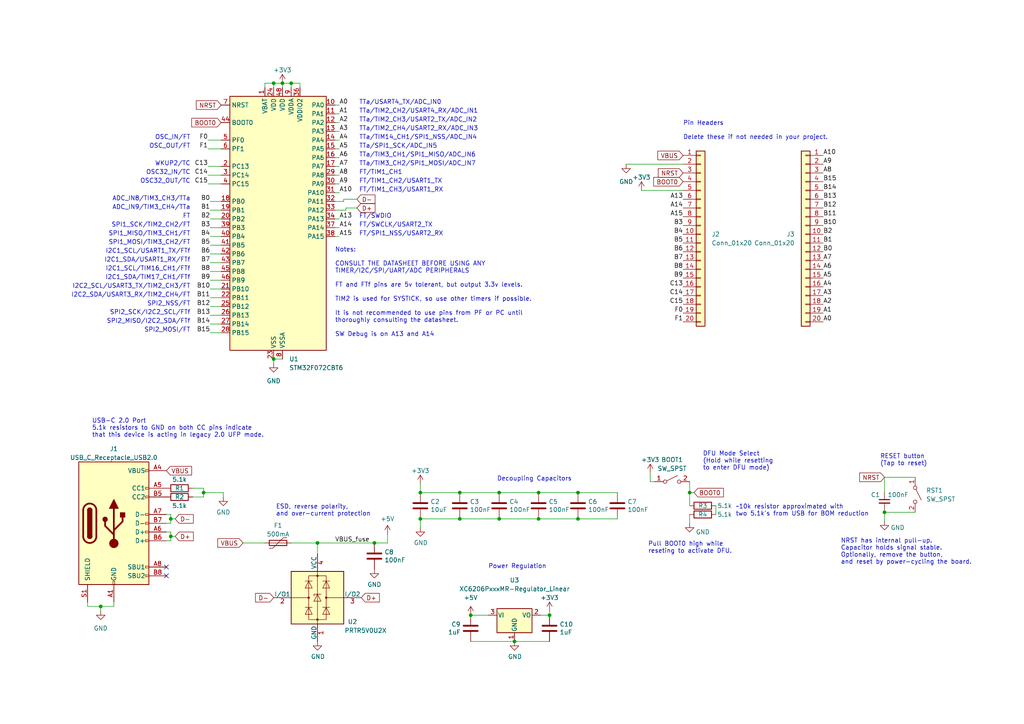
<source format=kicad_sch>
(kicad_sch (version 20231120) (generator "eeschema") (generator_version "8.0")
  (paper "A4")
  (lib_symbols
    (symbol "+5V_1" (power) (pin_names (offset 0))
      (property "Value" "+5V_1" (at 0 3.556 0))
      (symbol "+5V_1_0_1"
        (polyline (pts (xy -0.762 1.27) (xy 0 2.54)))
        (polyline (pts (xy 0 0) (xy 0 2.54)))
        (polyline (pts (xy 0 2.54) (xy 0.762 1.27)))
      )
      (symbol "+5V_1_1_1"
        (pin power_in line (at 0 0 90) (length 0) hide (name "+5V") (number "1"))
      )
    )
    (symbol "Connector:USB_C_Receptacle_USB2.0" (pin_names (offset 1.016))
      (property "Reference" "J" (at -10.16 19.05 0))
      (property "Value" "USB_C_Receptacle_USB2.0" (at 19.05 19.05 0))
      (symbol "USB_C_Receptacle_USB2.0_0_0"
        (rectangle (start -0.254 -17.78) (end 0.254 -16.764))
        (rectangle (start 10.16 -14.986) (end 9.144 -15.494))
        (rectangle (start 10.16 -12.446) (end 9.144 -12.954))
        (rectangle (start 10.16 -4.826) (end 9.144 -5.334))
        (rectangle (start 10.16 -2.286) (end 9.144 -2.794))
        (rectangle (start 10.16 0.254) (end 9.144 -0.254))
        (rectangle (start 10.16 2.794) (end 9.144 2.286))
        (rectangle (start 10.16 7.874) (end 9.144 7.366))
        (rectangle (start 10.16 10.414) (end 9.144 9.906))
        (rectangle (start 10.16 15.494) (end 9.144 14.986))
      )
      (symbol "USB_C_Receptacle_USB2.0_0_1"
        (rectangle (start -10.16 17.78) (end 10.16 -17.78) (stroke (width 0.254)) (fill (type background)))
        (arc (start -8.89 -3.81) (mid -6.985 -5.7067) (end -5.08 -3.81) (stroke (width 0.508)))
        (arc (start -7.62 -3.81) (mid -6.985 -4.4423) (end -6.35 -3.81) (stroke (width 0.254)))
        (arc (start -7.62 -3.81) (mid -6.985 -4.4423) (end -6.35 -3.81) (stroke (width 0.254)) (fill (type outline)))
        (rectangle (start -7.62 -3.81) (end -6.35 3.81) (stroke (width 0.254)) (fill (type outline)))
        (arc (start -6.35 3.81) (mid -6.985 4.4423) (end -7.62 3.81) (stroke (width 0.254)))
        (arc (start -6.35 3.81) (mid -6.985 4.4423) (end -7.62 3.81) (stroke (width 0.254)) (fill (type outline)))
        (arc (start -5.08 3.81) (mid -6.985 5.7067) (end -8.89 3.81) (stroke (width 0.508)))
        (circle (center -2.54 1.143) (radius 0.635) (stroke (width 0.254)) (fill (type outline)))
        (circle (center 0 -5.842) (radius 1.27) (fill (type outline)))
        (polyline (pts (xy -8.89 -3.81) (xy -8.89 3.81)) (stroke (width 0.508)))
        (polyline (pts (xy -5.08 3.81) (xy -5.08 -3.81)) (stroke (width 0.508)))
        (polyline (pts (xy 0 -5.842) (xy 0 4.318)) (stroke (width 0.508)))
        (polyline (pts (xy 0 -3.302) (xy -2.54 -0.762) (xy -2.54 0.508)) (stroke (width 0.508)))
        (polyline (pts (xy 0 -2.032) (xy 2.54 0.508) (xy 2.54 1.778)) (stroke (width 0.508)))
        (polyline (pts (xy -1.27 4.318) (xy 0 6.858) (xy 1.27 4.318) (xy -1.27 4.318)) (stroke (width 0.254)) (fill (type outline)))
        (rectangle (start 1.905 1.778) (end 3.175 3.048) (stroke (width 0.254)) (fill (type outline)))
      )
      (symbol "USB_C_Receptacle_USB2.0_1_1"
        (pin passive line (at 0 -22.86 90) (length 5.08) (name "GND") (number "A1"))
        (pin passive line (at 0 -22.86 90) (length 5.08) hide (name "GND") (number "A12"))
        (pin passive line (at 15.24 15.24 180) (length 5.08) (name "VBUS") (number "A4"))
        (pin bidirectional line (at 15.24 10.16 180) (length 5.08) (name "CC1") (number "A5"))
        (pin bidirectional line (at 15.24 -2.54 180) (length 5.08) (name "D+") (number "A6"))
        (pin bidirectional line (at 15.24 2.54 180) (length 5.08) (name "D-") (number "A7"))
        (pin bidirectional line (at 15.24 -12.7 180) (length 5.08) (name "SBU1") (number "A8"))
        (pin passive line (at 15.24 15.24 180) (length 5.08) hide (name "VBUS") (number "A9"))
        (pin passive line (at 0 -22.86 90) (length 5.08) hide (name "GND") (number "B1"))
        (pin passive line (at 0 -22.86 90) (length 5.08) hide (name "GND") (number "B12"))
        (pin passive line (at 15.24 15.24 180) (length 5.08) hide (name "VBUS") (number "B4"))
        (pin bidirectional line (at 15.24 7.62 180) (length 5.08) (name "CC2") (number "B5"))
        (pin bidirectional line (at 15.24 -5.08 180) (length 5.08) (name "D+") (number "B6"))
        (pin bidirectional line (at 15.24 0 180) (length 5.08) (name "D-") (number "B7"))
        (pin bidirectional line (at 15.24 -15.24 180) (length 5.08) (name "SBU2") (number "B8"))
        (pin passive line (at 15.24 15.24 180) (length 5.08) hide (name "VBUS") (number "B9"))
        (pin passive line (at -7.62 -22.86 90) (length 5.08) (name "SHIELD") (number "S1"))
      )
    )
    (symbol "Connector_Generic:Conn_01x20" (pin_names (offset 1.016) hide)
      (property "Reference" "J" (at 0 25.4 0))
      (property "Value" "Conn_01x20" (at 0 -27.94 0))
      (symbol "Conn_01x20_1_1"
        (rectangle (start -1.27 -25.273) (end 0 -25.527) (stroke (width 0.1524)))
        (rectangle (start -1.27 -22.733) (end 0 -22.987) (stroke (width 0.1524)))
        (rectangle (start -1.27 -20.193) (end 0 -20.447) (stroke (width 0.1524)))
        (rectangle (start -1.27 -17.653) (end 0 -17.907) (stroke (width 0.1524)))
        (rectangle (start -1.27 -15.113) (end 0 -15.367) (stroke (width 0.1524)))
        (rectangle (start -1.27 -12.573) (end 0 -12.827) (stroke (width 0.1524)))
        (rectangle (start -1.27 -10.033) (end 0 -10.287) (stroke (width 0.1524)))
        (rectangle (start -1.27 -7.493) (end 0 -7.747) (stroke (width 0.1524)))
        (rectangle (start -1.27 -4.953) (end 0 -5.207) (stroke (width 0.1524)))
        (rectangle (start -1.27 -2.413) (end 0 -2.667) (stroke (width 0.1524)))
        (rectangle (start -1.27 0.127) (end 0 -0.127) (stroke (width 0.1524)))
        (rectangle (start -1.27 2.667) (end 0 2.413) (stroke (width 0.1524)))
        (rectangle (start -1.27 5.207) (end 0 4.953) (stroke (width 0.1524)))
        (rectangle (start -1.27 7.747) (end 0 7.493) (stroke (width 0.1524)))
        (rectangle (start -1.27 10.287) (end 0 10.033) (stroke (width 0.1524)))
        (rectangle (start -1.27 12.827) (end 0 12.573) (stroke (width 0.1524)))
        (rectangle (start -1.27 15.367) (end 0 15.113) (stroke (width 0.1524)))
        (rectangle (start -1.27 17.907) (end 0 17.653) (stroke (width 0.1524)))
        (rectangle (start -1.27 20.447) (end 0 20.193) (stroke (width 0.1524)))
        (rectangle (start -1.27 22.987) (end 0 22.733) (stroke (width 0.1524)))
        (rectangle (start -1.27 24.13) (end 1.27 -26.67) (stroke (width 0.254)) (fill (type background)))
        (pin passive line (at -5.08 22.86 0) (length 3.81) (name "Pin_1") (number "1"))
        (pin passive line (at -5.08 0 0) (length 3.81) (name "Pin_10") (number "10"))
        (pin passive line (at -5.08 -2.54 0) (length 3.81) (name "Pin_11") (number "11"))
        (pin passive line (at -5.08 -5.08 0) (length 3.81) (name "Pin_12") (number "12"))
        (pin passive line (at -5.08 -7.62 0) (length 3.81) (name "Pin_13") (number "13"))
        (pin passive line (at -5.08 -10.16 0) (length 3.81) (name "Pin_14") (number "14"))
        (pin passive line (at -5.08 -12.7 0) (length 3.81) (name "Pin_15") (number "15"))
        (pin passive line (at -5.08 -15.24 0) (length 3.81) (name "Pin_16") (number "16"))
        (pin passive line (at -5.08 -17.78 0) (length 3.81) (name "Pin_17") (number "17"))
        (pin passive line (at -5.08 -20.32 0) (length 3.81) (name "Pin_18") (number "18"))
        (pin passive line (at -5.08 -22.86 0) (length 3.81) (name "Pin_19") (number "19"))
        (pin passive line (at -5.08 20.32 0) (length 3.81) (name "Pin_2") (number "2"))
        (pin passive line (at -5.08 -25.4 0) (length 3.81) (name "Pin_20") (number "20"))
        (pin passive line (at -5.08 17.78 0) (length 3.81) (name "Pin_3") (number "3"))
        (pin passive line (at -5.08 15.24 0) (length 3.81) (name "Pin_4") (number "4"))
        (pin passive line (at -5.08 12.7 0) (length 3.81) (name "Pin_5") (number "5"))
        (pin passive line (at -5.08 10.16 0) (length 3.81) (name "Pin_6") (number "6"))
        (pin passive line (at -5.08 7.62 0) (length 3.81) (name "Pin_7") (number "7"))
        (pin passive line (at -5.08 5.08 0) (length 3.81) (name "Pin_8") (number "8"))
        (pin passive line (at -5.08 2.54 0) (length 3.81) (name "Pin_9") (number "9"))
      )
    )
    (symbol "Device:C" (pin_numbers hide) (pin_names (offset 0.254))
      (property "Reference" "C" (at 0.635 2.54 0))
      (property "Value" "C" (at 0.635 -2.54 0))
      (symbol "C_0_1"
        (polyline (pts (xy -2.032 -0.762) (xy 2.032 -0.762)) (stroke (width 0.508)))
        (polyline (pts (xy -2.032 0.762) (xy 2.032 0.762)) (stroke (width 0.508)))
      )
      (symbol "C_1_1"
        (pin passive line (at 0 3.81 270) (length 2.794) (name "~") (number "1"))
        (pin passive line (at 0 -3.81 90) (length 2.794) (name "~") (number "2"))
      )
    )
    (symbol "Device:C_Small" (pin_numbers hide) (pin_names (offset 0.254) hide)
      (property "Reference" "C" (at 0.254 1.778 0))
      (property "Value" "C_Small" (at 0.254 -2.032 0))
      (symbol "C_Small_0_1"
        (polyline (pts (xy -1.524 -0.508) (xy 1.524 -0.508)) (stroke (width 0.3302)))
        (polyline (pts (xy -1.524 0.508) (xy 1.524 0.508)) (stroke (width 0.3048)))
      )
      (symbol "C_Small_1_1"
        (pin passive line (at 0 2.54 270) (length 2.032) (name "~") (number "1"))
        (pin passive line (at 0 -2.54 90) (length 2.032) (name "~") (number "2"))
      )
    )
    (symbol "Device:Polyfuse" (pin_numbers hide) (pin_names (offset 0))
      (property "Reference" "F" (at -2.54 0 90))
      (property "Value" "Polyfuse" (at 2.54 0 90))
      (symbol "Polyfuse_0_1"
        (rectangle (start -0.762 2.54) (end 0.762 -2.54) (stroke (width 0.254)))
        (polyline (pts (xy 0 2.54) (xy 0 -2.54)))
        (polyline (pts (xy -1.524 2.54) (xy -1.524 1.524) (xy 1.524 -1.524) (xy 1.524 -2.54)))
      )
      (symbol "Polyfuse_1_1"
        (pin passive line (at 0 3.81 270) (length 1.27) (name "~") (number "1"))
        (pin passive line (at 0 -3.81 90) (length 1.27) (name "~") (number "2"))
      )
    )
    (symbol "Device:R" (pin_numbers hide) (pin_names (offset 0))
      (property "Reference" "R" (at 2.032 0 90))
      (property "Value" "R" (at 0 0 90))
      (symbol "R_0_1"
        (rectangle (start -1.016 -2.54) (end 1.016 2.54) (stroke (width 0.254)))
      )
      (symbol "R_1_1"
        (pin passive line (at 0 3.81 270) (length 1.27) (name "~") (number "1"))
        (pin passive line (at 0 -3.81 90) (length 1.27) (name "~") (number "2"))
      )
    )
    (symbol "MCU_ST_STM32F0:STM32F072CBTx"
      (property "Reference" "U" (at -12.7 39.37 0))
      (property "Value" "STM32F072CBTx" (at 10.16 39.37 0))
      (symbol "STM32F072CBTx_0_1"
        (rectangle (start -12.7 -35.56) (end 15.24 38.1) (stroke (width 0.254)) (fill (type background)))
      )
      (symbol "STM32F072CBTx_1_1"
        (pin power_in line (at -2.54 40.64 270) (length 2.54) (name "VBAT") (number "1"))
        (pin bidirectional line (at 17.78 35.56 180) (length 2.54) (name "PA0") (number "10"))
        (pin bidirectional line (at 17.78 33.02 180) (length 2.54) (name "PA1") (number "11"))
        (pin bidirectional line (at 17.78 30.48 180) (length 2.54) (name "PA2") (number "12"))
        (pin bidirectional line (at 17.78 27.94 180) (length 2.54) (name "PA3") (number "13"))
        (pin bidirectional line (at 17.78 25.4 180) (length 2.54) (name "PA4") (number "14"))
        (pin bidirectional line (at 17.78 22.86 180) (length 2.54) (name "PA5") (number "15"))
        (pin bidirectional line (at 17.78 20.32 180) (length 2.54) (name "PA6") (number "16"))
        (pin bidirectional line (at 17.78 17.78 180) (length 2.54) (name "PA7") (number "17"))
        (pin bidirectional line (at -15.24 7.62 0) (length 2.54) (name "PB0") (number "18"))
        (pin bidirectional line (at -15.24 5.08 0) (length 2.54) (name "PB1") (number "19"))
        (pin bidirectional line (at -15.24 17.78 0) (length 2.54) (name "PC13") (number "2"))
        (pin bidirectional line (at -15.24 2.54 0) (length 2.54) (name "PB2") (number "20"))
        (pin bidirectional line (at -15.24 -17.78 0) (length 2.54) (name "PB10") (number "21"))
        (pin bidirectional line (at -15.24 -20.32 0) (length 2.54) (name "PB11") (number "22"))
        (pin power_in line (at 0 -38.1 90) (length 2.54) (name "VSS") (number "23"))
        (pin power_in line (at 0 40.64 270) (length 2.54) (name "VDD") (number "24"))
        (pin bidirectional line (at -15.24 -22.86 0) (length 2.54) (name "PB12") (number "25"))
        (pin bidirectional line (at -15.24 -25.4 0) (length 2.54) (name "PB13") (number "26"))
        (pin bidirectional line (at -15.24 -27.94 0) (length 2.54) (name "PB14") (number "27"))
        (pin bidirectional line (at -15.24 -30.48 0) (length 2.54) (name "PB15") (number "28"))
        (pin bidirectional line (at 17.78 15.24 180) (length 2.54) (name "PA8") (number "29"))
        (pin bidirectional line (at -15.24 15.24 0) (length 2.54) (name "PC14") (number "3"))
        (pin bidirectional line (at 17.78 12.7 180) (length 2.54) (name "PA9") (number "30"))
        (pin bidirectional line (at 17.78 10.16 180) (length 2.54) (name "PA10") (number "31"))
        (pin bidirectional line (at 17.78 7.62 180) (length 2.54) (name "PA11") (number "32"))
        (pin bidirectional line (at 17.78 5.08 180) (length 2.54) (name "PA12") (number "33"))
        (pin bidirectional line (at 17.78 2.54 180) (length 2.54) (name "PA13") (number "34"))
        (pin passive line (at 0 -38.1 90) (length 2.54) hide (name "VSS") (number "35"))
        (pin power_in line (at 7.62 40.64 270) (length 2.54) (name "VDDIO2") (number "36"))
        (pin bidirectional line (at 17.78 0 180) (length 2.54) (name "PA14") (number "37"))
        (pin bidirectional line (at 17.78 -2.54 180) (length 2.54) (name "PA15") (number "38"))
        (pin bidirectional line (at -15.24 0 0) (length 2.54) (name "PB3") (number "39"))
        (pin bidirectional line (at -15.24 12.7 0) (length 2.54) (name "PC15") (number "4"))
        (pin bidirectional line (at -15.24 -2.54 0) (length 2.54) (name "PB4") (number "40"))
        (pin bidirectional line (at -15.24 -5.08 0) (length 2.54) (name "PB5") (number "41"))
        (pin bidirectional line (at -15.24 -7.62 0) (length 2.54) (name "PB6") (number "42"))
        (pin bidirectional line (at -15.24 -10.16 0) (length 2.54) (name "PB7") (number "43"))
        (pin input line (at -15.24 30.48 0) (length 2.54) (name "BOOT0") (number "44"))
        (pin bidirectional line (at -15.24 -12.7 0) (length 2.54) (name "PB8") (number "45"))
        (pin bidirectional line (at -15.24 -15.24 0) (length 2.54) (name "PB9") (number "46"))
        (pin passive line (at 0 -38.1 90) (length 2.54) hide (name "VSS") (number "47"))
        (pin power_in line (at 2.54 40.64 270) (length 2.54) (name "VDD") (number "48"))
        (pin bidirectional line (at -15.24 25.4 0) (length 2.54) (name "PF0") (number "5"))
        (pin bidirectional line (at -15.24 22.86 0) (length 2.54) (name "PF1") (number "6"))
        (pin input line (at -15.24 35.56 0) (length 2.54) (name "NRST") (number "7"))
        (pin power_in line (at 2.54 -38.1 90) (length 2.54) (name "VSSA") (number "8"))
        (pin power_in line (at 5.08 40.64 270) (length 2.54) (name "VDDA") (number "9"))
      )
    )
    (symbol "Power_Protection:PRTR5V0U2X" (pin_names (offset 0))
      (property "Reference" "D" (at 2.794 8.636 0))
      (property "Value" "PRTR5V0U2X" (at 8.128 -9.398 0))
      (symbol "PRTR5V0U2X_0_1"
        (rectangle (start -7.62 -7.62) (end 7.62 7.62) (stroke (width 0.254)) (fill (type background)))
        (circle (center -2.54 0) (radius 0.254) (fill (type outline)))
        (rectangle (start -2.54 6.35) (end 2.54 -6.35))
        (circle (center 0 -6.35) (radius 0.254) (fill (type outline)))
        (polyline (pts (xy -2.54 0) (xy -7.62 0)))
        (polyline (pts (xy -1.524 -2.794) (xy -3.556 -2.794)))
        (polyline (pts (xy -1.524 4.826) (xy -3.556 4.826)))
        (polyline (pts (xy 0 -7.62) (xy 0 7.62)))
        (polyline (pts (xy 1.524 -2.794) (xy 3.556 -2.794)))
        (polyline (pts (xy 1.524 4.826) (xy 3.556 4.826)))
        (polyline (pts (xy 2.54 0) (xy 7.62 0)))
        (polyline (pts (xy 1.016 1.016) (xy -1.016 1.016) (xy -1.016 0.508)))
        (polyline (pts (xy -3.556 -4.826) (xy -1.524 -4.826) (xy -2.54 -2.794) (xy -3.556 -4.826)))
        (polyline (pts (xy -3.556 2.794) (xy -1.524 2.794) (xy -2.54 4.826) (xy -3.556 2.794)))
        (polyline (pts (xy -1.016 -1.016) (xy 1.016 -1.016) (xy 0 1.016) (xy -1.016 -1.016)))
        (polyline (pts (xy 3.556 -4.826) (xy 1.524 -4.826) (xy 2.54 -2.794) (xy 3.556 -4.826)))
        (polyline (pts (xy 3.556 2.794) (xy 1.524 2.794) (xy 2.54 4.826) (xy 3.556 2.794)))
        (circle (center 0 6.35) (radius 0.254) (fill (type outline)))
        (circle (center 2.54 0) (radius 0.254) (fill (type outline)))
      )
      (symbol "PRTR5V0U2X_1_1"
        (pin passive line (at 0 -12.7 90) (length 5.08) (name "GND") (number "1"))
        (pin passive line (at -12.7 0 0) (length 5.08) (name "I/O1") (number "2"))
        (pin passive line (at 12.7 0 180) (length 5.08) (name "I/O2") (number "3"))
        (pin passive line (at 0 12.7 270) (length 5.08) (name "VCC") (number "4"))
      )
    )
    (symbol "Switch:SW_SPST" (pin_names (offset 0) hide)
      (property "Reference" "SW" (at 0 3.175 0))
      (property "Value" "SW_SPST" (at 0 -2.54 0))
      (symbol "SW_SPST_0_0"
        (circle (center -2.032 0) (radius 0.508))
        (polyline (pts (xy -1.524 0.254) (xy 1.524 1.778)))
        (circle (center 2.032 0) (radius 0.508))
      )
      (symbol "SW_SPST_1_1"
        (pin passive line (at -5.08 0 0) (length 2.54) (name "A") (number "1"))
        (pin passive line (at 5.08 0 180) (length 2.54) (name "B") (number "2"))
      )
    )
    (symbol "kicad-keyboard-parts:XC6206PxxxMR-Regulator_Linear" (pin_names (offset 0.254))
      (property "Reference" "U" (at -3.81 3.175 0))
      (property "Value" "XC6206PxxxMR-Regulator_Linear" (at 0 3.175 0))
      (property "LCSC" "C5446" (at 0 0 0))
      (symbol "XC6206PxxxMR-Regulator_Linear_0_1"
        (rectangle (start -5.08 1.905) (end 5.08 -5.08) (stroke (width 0.254)) (fill (type background)))
      )
      (symbol "XC6206PxxxMR-Regulator_Linear_1_1"
        (pin power_in line (at 0 -7.62 90) (length 2.54) (name "GND") (number "1"))
        (pin power_out line (at 7.62 0 180) (length 2.54) (name "VO") (number "2"))
        (pin power_in line (at -7.62 0 0) (length 2.54) (name "VI") (number "3"))
      )
    )
    (symbol "power:+3V3" (power) (pin_names (offset 0))
      (property "Value" "+3V3" (at 0 3.556 0))
      (symbol "+3V3_0_1"
        (polyline (pts (xy -0.762 1.27) (xy 0 2.54)))
        (polyline (pts (xy 0 0) (xy 0 2.54)))
        (polyline (pts (xy 0 2.54) (xy 0.762 1.27)))
      )
      (symbol "+3V3_1_1"
        (pin power_in line (at 0 0 90) (length 0) hide (name "+3V3") (number "1"))
      )
    )
    (symbol "power:+5V" (power) (pin_names (offset 0))
      (property "Value" "+5V" (at 0 3.556 0))
      (symbol "+5V_0_1"
        (polyline (pts (xy -0.762 1.27) (xy 0 2.54)))
        (polyline (pts (xy 0 0) (xy 0 2.54)))
        (polyline (pts (xy 0 2.54) (xy 0.762 1.27)))
      )
      (symbol "+5V_1_1"
        (pin power_in line (at 0 0 90) (length 0) hide (name "+5V") (number "1"))
      )
    )
    (symbol "power:GND" (power) (pin_names (offset 0))
      (property "Value" "GND" (at 0 -3.81 0))
      (symbol "GND_0_1"
        (polyline (pts (xy 0 0) (xy 0 -1.27) (xy 1.27 -1.27) (xy 0 -2.54) (xy -1.27 -1.27) (xy 0 -1.27)))
      )
      (symbol "GND_1_1"
        (pin power_in line (at 0 0 270) (length 0) hide (name "GND") (number "1"))
      )
    )
  )
  (junction (at 200.025 142.875))
  (junction (at 81.915 24.13))
  (junction (at 159.385 178.435))
  (junction (at 59.055 142.875))
  (junction (at 79.375 24.13))
  (junction (at 156.21 150.495))
  (junction (at 136.525 178.435))
  (junction (at 156.21 142.875))
  (junction (at 121.92 150.495))
  (junction (at 149.225 186.055) (diameter 0.9144))
  (junction (at 256.54 148.59))
  (junction (at 121.92 142.875))
  (junction (at 79.375 104.14))
  (junction (at 144.78 150.495))
  (junction (at 133.35 150.495))
  (junction (at 167.64 150.495))
  (junction (at 167.64 142.875))
  (junction (at 92.075 157.48))
  (junction (at 144.78 142.875))
  (junction (at 108.585 157.48))
  (junction (at 49.53 155.575))
  (junction (at 29.21 175.895))
  (junction (at 49.53 150.495))
  (junction (at 133.35 142.875))
  (junction (at 84.455 24.13))
  (no_connect (at 48.26 167.005))
  (no_connect (at 48.26 164.465))
  (wire (pts (xy 167.64 150.495) (xy 179.07 150.495)))
  (wire (pts (xy 48.26 156.845) (xy 49.53 156.845)))
  (wire (pts (xy 60.96 76.2) (xy 64.135 76.2)))
  (wire (pts (xy 98.425 40.64) (xy 97.155 40.64)))
  (wire (pts (xy 186.055 55.245) (xy 198.12 55.245)))
  (wire (pts (xy 29.21 175.895) (xy 33.02 175.895)))
  (wire (pts (xy 60.96 60.96) (xy 64.135 60.96)))
  (wire (pts (xy 86.995 24.13) (xy 86.995 25.4)))
  (wire (pts (xy 48.26 149.225) (xy 49.53 149.225)))
  (wire (pts (xy 98.425 53.34) (xy 97.155 53.34)))
  (wire (pts (xy 59.055 144.145) (xy 59.055 142.875)))
  (wire (pts (xy 144.78 150.495) (xy 133.35 150.495)))
  (wire (pts (xy 55.88 144.145) (xy 59.055 144.145)))
  (wire (pts (xy 98.425 48.26) (xy 97.155 48.26)))
  (wire (pts (xy 49.53 150.495) (xy 49.53 151.765)))
  (wire (pts (xy 59.055 142.875) (xy 59.055 141.605)))
  (wire (pts (xy 189.865 139.7) (xy 188.595 139.7)))
  (wire (pts (xy 29.21 177.165) (xy 29.21 175.895)))
  (wire (pts (xy 84.455 24.13) (xy 84.455 25.4)))
  (wire (pts (xy 98.425 35.56) (xy 97.155 35.56)))
  (wire (pts (xy 59.055 142.875) (xy 64.77 142.875)))
  (wire (pts (xy 144.78 142.875) (xy 133.35 142.875)))
  (wire (pts (xy 60.96 63.5) (xy 64.135 63.5)))
  (wire (pts (xy 84.455 24.13) (xy 86.995 24.13)))
  (wire (pts (xy 200.025 142.875) (xy 201.295 142.875)))
  (wire (pts (xy 60.96 78.74) (xy 64.135 78.74)))
  (wire (pts (xy 79.375 24.13) (xy 79.375 25.4)))
  (wire (pts (xy 55.88 141.605) (xy 59.055 141.605)))
  (wire (pts (xy 149.225 186.055) (xy 159.385 186.055)))
  (wire (pts (xy 60.96 93.98) (xy 64.135 93.98)))
  (wire (pts (xy 79.375 105.41) (xy 79.375 104.14)))
  (wire (pts (xy 60.96 83.82) (xy 64.135 83.82)))
  (wire (pts (xy 181.61 47.625) (xy 198.12 47.625)))
  (wire (pts (xy 98.425 38.1) (xy 97.155 38.1)))
  (wire (pts (xy 256.54 151.13) (xy 256.54 148.59)))
  (wire (pts (xy 60.96 73.66) (xy 64.135 73.66)))
  (wire (pts (xy 136.525 178.435) (xy 141.605 178.435)))
  (wire (pts (xy 207.645 146.685) (xy 207.645 149.225)))
  (wire (pts (xy 156.21 142.875) (xy 167.64 142.875)))
  (wire (pts (xy 98.425 63.5) (xy 97.155 63.5)))
  (wire (pts (xy 60.96 71.12) (xy 64.135 71.12)))
  (wire (pts (xy 108.585 157.48) (xy 112.395 157.48)))
  (wire (pts (xy 188.595 139.7) (xy 188.595 137.16)))
  (wire (pts (xy 100.33 60.325) (xy 100.33 60.96)))
  (wire (pts (xy 60.96 66.04) (xy 64.135 66.04)))
  (wire (pts (xy 76.835 24.13) (xy 76.835 25.4)))
  (wire (pts (xy 98.425 43.18) (xy 97.155 43.18)))
  (wire (pts (xy 60.96 91.44) (xy 64.135 91.44)))
  (wire (pts (xy 256.54 138.43) (xy 265.43 138.43)))
  (wire (pts (xy 156.845 178.435) (xy 159.385 178.435)))
  (wire (pts (xy 144.78 142.875) (xy 156.21 142.875)))
  (wire (pts (xy 98.425 45.72) (xy 97.155 45.72)))
  (wire (pts (xy 200.025 139.7) (xy 200.025 142.875)))
  (wire (pts (xy 84.455 24.13) (xy 81.915 24.13)))
  (wire (pts (xy 60.96 58.42) (xy 64.135 58.42)))
  (wire (pts (xy 256.54 138.43) (xy 256.54 142.875)))
  (wire (pts (xy 98.425 55.88) (xy 97.155 55.88)))
  (wire (pts (xy 60.96 86.36) (xy 64.135 86.36)))
  (wire (pts (xy 70.485 157.48) (xy 76.835 157.48)))
  (wire (pts (xy 100.33 60.96) (xy 97.155 60.96)))
  (wire (pts (xy 121.92 153.035) (xy 121.92 150.495)))
  (wire (pts (xy 49.53 156.845) (xy 49.53 155.575)))
  (wire (pts (xy 60.325 48.26) (xy 64.135 48.26)))
  (wire (pts (xy 60.325 50.8) (xy 64.135 50.8)))
  (wire (pts (xy 48.26 154.305) (xy 49.53 154.305)))
  (wire (pts (xy 84.455 157.48) (xy 92.075 157.48)))
  (wire (pts (xy 79.375 104.14) (xy 81.915 104.14)))
  (wire (pts (xy 167.64 142.875) (xy 179.07 142.875)))
  (wire (pts (xy 121.92 140.335) (xy 121.92 142.875)))
  (wire (pts (xy 60.96 96.52) (xy 64.135 96.52)))
  (wire (pts (xy 256.54 148.59) (xy 256.54 147.955)))
  (wire (pts (xy 49.53 150.495) (xy 50.8 150.495)))
  (wire (pts (xy 79.375 24.13) (xy 81.915 24.13)))
  (wire (pts (xy 256.54 148.59) (xy 265.43 148.59)))
  (wire (pts (xy 200.025 149.225) (xy 200.025 151.765)))
  (wire (pts (xy 60.325 40.64) (xy 64.135 40.64)))
  (wire (pts (xy 60.96 88.9) (xy 64.135 88.9)))
  (wire (pts (xy 60.96 81.28) (xy 64.135 81.28)))
  (wire (pts (xy 25.4 175.895) (xy 29.21 175.895)))
  (wire (pts (xy 112.395 154.94) (xy 112.395 157.48)))
  (wire (pts (xy 76.835 24.13) (xy 79.375 24.13)))
  (wire (pts (xy 60.96 68.58) (xy 64.135 68.58)))
  (wire (pts (xy 200.025 142.875) (xy 200.025 146.685)))
  (wire (pts (xy 48.26 151.765) (xy 49.53 151.765)))
  (wire (pts (xy 99.695 57.785) (xy 99.695 58.42)))
  (wire (pts (xy 25.4 174.625) (xy 25.4 175.895)))
  (wire (pts (xy 103.505 60.325) (xy 100.33 60.325)))
  (wire (pts (xy 49.53 154.305) (xy 49.53 155.575)))
  (wire (pts (xy 98.425 50.8) (xy 97.155 50.8)))
  (wire (pts (xy 98.425 33.02) (xy 97.155 33.02)))
  (wire (pts (xy 98.425 66.04) (xy 97.155 66.04)))
  (wire (pts (xy 49.53 155.575) (xy 50.8 155.575)))
  (wire (pts (xy 133.35 150.495) (xy 121.92 150.495)))
  (wire (pts (xy 159.385 177.165) (xy 159.385 178.435)))
  (wire (pts (xy 64.77 142.875) (xy 64.77 144.145)))
  (wire (pts (xy 33.02 175.895) (xy 33.02 174.625)))
  (wire (pts (xy 99.695 58.42) (xy 97.155 58.42)))
  (wire (pts (xy 92.075 157.48) (xy 92.075 160.655)))
  (wire (pts (xy 60.325 43.18) (xy 64.135 43.18)))
  (wire (pts (xy 103.505 57.785) (xy 99.695 57.785)))
  (wire (pts (xy 149.225 186.055) (xy 136.525 186.055)))
  (wire (pts (xy 92.075 157.48) (xy 108.585 157.48)))
  (wire (pts (xy 98.425 30.48) (xy 97.155 30.48)))
  (wire (pts (xy 98.425 68.58) (xy 97.155 68.58)))
  (wire (pts (xy 81.915 24.13) (xy 81.915 25.4)))
  (wire (pts (xy 133.35 142.875) (xy 121.92 142.875)))
  (wire (pts (xy 49.53 149.225) (xy 49.53 150.495)))
  (wire (pts (xy 144.78 150.495) (xy 156.21 150.495)))
  (wire (pts (xy 156.21 150.495) (xy 167.64 150.495)))
  (wire (pts (xy 60.325 53.34) (xy 64.135 53.34)))
  (text "SPI1_SCK/TIM2_CH2/FT" (at 55.245 66.04 0) (effects (font (size 1.27 1.27)) (justify right bottom)))
  (text "Pin Headers\n\nDelete these if not needed in your project." (at 198.12 40.64 0) (effects (font (size 1.27 1.27)) (justify left bottom)))
  (text "FT/TIM1_CH1" (at 104.14 50.8 0) (effects (font (size 1.27 1.27)) (justify left bottom)))
  (text "FT/TIM1_CH3/USART1_RX" (at 104.14 55.88 0) (effects (font (size 1.27 1.27)) (justify left bottom)))
  (text "SPI2_NSS/FT" (at 55.245 88.9 0) (effects (font (size 1.27 1.27)) (justify right bottom)))
  (text "Notes:\n\nCONSULT THE DATASHEET BEFORE USING ANY \nTIMER/I2C/SPI/UART/ADC PERIPHERALS\n\nFT and FTf pins are 5v tolerant, but output 3.3v levels.\n\nTIM2 is used for SYSTICK, so use other timers if possible.\n\nIt is not recommended to use pins from PF or PC until\nthoroughly consulting the datasheet.\n\nSW Debug is on A13 and A14" (at 97.155 97.79 0) (effects (font (size 1.27 1.27)) (justify left bottom)))
  (text "TTa/TIM2_CH4/USART2_RX/ADC_IN3" (at 104.14 38.1 0) (effects (font (size 1.27 1.27)) (justify left bottom)))
  (text "NRST has internal pull-up.\nCapacitor holds signal stable.\nOptionally, remove the button,\nand reset by power-cycling the board." (at 243.84 163.83 0) (effects (font (size 1.27 1.27)) (justify left bottom)))
  (text "FT/SWDIO" (at 104.14 63.5 0) (effects (font (size 1.27 1.27)) (justify left bottom)))
  (text "Decoupling Capacitors" (at 144.145 139.7 0) (effects (font (size 1.27 1.27)) (justify left bottom)))
  (text "SPI1_MOSI/TIM3_CH2/FT" (at 55.245 71.12 0) (effects (font (size 1.27 1.27)) (justify right bottom)))
  (text "ADC_IN9/TIM3_CH4/TTa" (at 55.245 60.96 0) (effects (font (size 1.27 1.27)) (justify right bottom)))
  (text "I2C2_SCL/USART3_TX/TIM2_CH3/FT" (at 55.245 83.82 0) (effects (font (size 1.27 1.27)) (justify right bottom)))
  (text "SPI2_MISO/I2C2_SDA/FTf" (at 55.245 93.98 0) (effects (font (size 1.27 1.27)) (justify right bottom)))
  (text "FT/SWCLK/USART2_TX" (at 104.14 66.04 0) (effects (font (size 1.27 1.27)) (justify left bottom)))
  (text "I2C1_SCL/TIM16_CH1/FTf" (at 55.245 78.74 0) (effects (font (size 1.27 1.27)) (justify right bottom)))
  (text "~10k resistor approximated with\ntwo 5.1k's from USB for BOM reduction" (at 213.36 149.86 0) (effects (font (size 1.27 1.27)) (justify left bottom)))
  (text "TTa/TIM2_CH2/USART4_RX/ADC_IN1" (at 104.14 33.02 0) (effects (font (size 1.27 1.27)) (justify left bottom)))
  (text "USB-C 2.0 Port\n5.1k resistors to GND on both CC pins indicate\nthat this device is acting in legacy 2.0 UFP mode." (at 26.67 127 0) (effects (font (size 1.27 1.27)) (justify left bottom)))
  (text "TTa/TIM2_CH3/USART2_TX/ADC_IN2" (at 104.14 35.56 0) (effects (font (size 1.27 1.27)) (justify left bottom)))
  (text "OSC_IN/FT" (at 55.245 40.64 0) (effects (font (size 1.27 1.27)) (justify right bottom)))
  (text "DFU Mode Select\n(Hold while resetting\nto enter DFU mode)" (at 203.835 136.525 0) (effects (font (size 1.27 1.27)) (justify left bottom)))
  (text "WKUP2/TC" (at 55.245 48.26 0) (effects (font (size 1.27 1.27)) (justify right bottom)))
  (text "I2C2_SDA/USART3_RX/TIM2_CH4/FT" (at 55.245 86.36 0) (effects (font (size 1.27 1.27)) (justify right bottom)))
  (text "ADC_IN8/TIM3_CH3/TTa" (at 55.245 58.42 0) (effects (font (size 1.27 1.27)) (justify right bottom)))
  (text "RESET button\n(Tap to reset)" (at 255.27 135.255 0) (effects (font (size 1.27 1.27)) (justify left bottom)))
  (text "Pull BOOT0 high while \nreseting to activate DFU." (at 187.96 160.655 0) (effects (font (size 1.27 1.27)) (justify left bottom)))
  (text "I2C1_SDA/TIM17_CH1/FTf" (at 55.245 81.28 0) (effects (font (size 1.27 1.27)) (justify right bottom)))
  (text "TTa/SPI1_SCK/ADC_IN5" (at 104.14 43.18 0) (effects (font (size 1.27 1.27)) (justify left bottom)))
  (text "TTa/TIM3_CH1/SPI1_MISO/ADC_IN6" (at 104.14 45.72 0) (effects (font (size 1.27 1.27)) (justify left bottom)))
  (text "TTa/TIM3_CH2/SPI1_MOSI/ADC_IN7" (at 104.14 48.26 0) (effects (font (size 1.27 1.27)) (justify left bottom)))
  (text "OSC32_OUT/TC" (at 55.245 53.34 0) (effects (font (size 1.27 1.27)) (justify right bottom)))
  (text "FT/SPI1_NSS/USART2_RX" (at 104.14 68.58 0) (effects (font (size 1.27 1.27)) (justify left bottom)))
  (text "SPI1_MISO/TIM3_CH1/FT" (at 55.245 68.58 0) (effects (font (size 1.27 1.27)) (justify right bottom)))
  (text "OSC32_IN/TC" (at 55.245 50.8 0) (effects (font (size 1.27 1.27)) (justify right bottom)))
  (text "TTa/TIM14_CH1/SPI1_NSS/ADC_IN4" (at 104.14 40.64 0) (effects (font (size 1.27 1.27)) (justify left bottom)))
  (text "I2C1_SDA/USART1_RX/FTf" (at 55.245 76.2 0) (effects (font (size 1.27 1.27)) (justify right bottom)))
  (text "SPI2_MOSI/FT" (at 55.245 96.52 0) (effects (font (size 1.27 1.27)) (justify right bottom)))
  (text "FT/TIM1_CH2/USART1_TX" (at 104.14 53.34 0) (effects (font (size 1.27 1.27)) (justify left bottom)))
  (text "Power Regulation" (at 141.605 165.1 0) (effects (font (size 1.27 1.27)) (justify left bottom)))
  (text "SPI2_SCK/I2C2_SCL/FTf" (at 55.245 91.44 0) (effects (font (size 1.27 1.27)) (justify right bottom)))
  (text "OSC_OUT/FT" (at 55.245 43.18 0) (effects (font (size 1.27 1.27)) (justify right bottom)))
  (text "ESD, reverse polarity,\nand over-current protection" (at 80.01 149.86 0) (effects (font (size 1.27 1.27)) (justify left bottom)))
  (text "FT" (at 55.245 63.5 0) (effects (font (size 1.27 1.27)) (justify right bottom)))
  (text "TTa/USART4_TX/ADC_IN0" (at 104.14 30.48 0) (effects (font (size 1.27 1.27)) (justify left bottom)))
  (text "I2C1_SCL/USART1_TX/FTf" (at 55.245 73.66 0) (effects (font (size 1.27 1.27)) (justify right bottom)))
  (label "A1" (at 98.425 33.02 0))
  (label "B8" (at 198.12 78.105 180))
  (label "A3" (at 98.425 38.1 0))
  (label "A13" (at 98.425 63.5 0))
  (label "A10" (at 98.425 55.88 0))
  (label "A2" (at 238.76 88.265 0))
  (label "B9" (at 198.12 80.645 180))
  (label "F0" (at 198.12 90.805 180))
  (label "A13" (at 198.12 57.785 180))
  (label "B0" (at 238.76 73.025 0))
  (label "A9" (at 238.76 47.625 0))
  (label "B7" (at 60.96 76.2 180))
  (label "A5" (at 238.76 80.645 0))
  (label "B13" (at 60.96 91.44 180))
  (label "C15" (at 198.12 88.265 180))
  (label "A6" (at 98.425 45.72 0))
  (label "B1" (at 60.96 60.96 180))
  (label "B9" (at 60.96 81.28 180))
  (label "B5" (at 60.96 71.12 180))
  (label "B13" (at 238.76 57.785 0))
  (label "B14" (at 238.76 55.245 0))
  (label "A1" (at 238.76 90.805 0))
  (label "B14" (at 60.96 93.98 180))
  (label "A8" (at 98.425 50.8 0))
  (label "A6" (at 238.76 78.105 0))
  (label "A7" (at 238.76 75.565 0))
  (label "B0" (at 60.96 58.42 180))
  (label "A9" (at 98.425 53.34 0))
  (label "VBUS_fuse" (at 97.155 157.48 0))
  (label "B4" (at 198.12 67.945 180))
  (label "B11" (at 238.76 62.865 0))
  (label "A2" (at 98.425 35.56 0))
  (label "B6" (at 198.12 73.025 180))
  (label "B8" (at 60.96 78.74 180))
  (label "B7" (at 198.12 75.565 180))
  (label "A4" (at 98.425 40.64 0))
  (label "B12" (at 60.96 88.9 180))
  (label "A14" (at 198.12 60.325 180))
  (label "B4" (at 60.96 68.58 180))
  (label "B5" (at 198.12 70.485 180))
  (label "B3" (at 198.12 65.405 180))
  (label "C14" (at 60.325 50.8 180))
  (label "B6" (at 60.96 73.66 180))
  (label "B15" (at 238.76 52.705 0))
  (label "A8" (at 238.76 50.165 0))
  (label "C14" (at 198.12 85.725 180))
  (label "C13" (at 198.12 83.185 180))
  (label "A15" (at 198.12 62.865 180))
  (label "B15" (at 60.96 96.52 180))
  (label "A14" (at 98.425 66.04 0))
  (label "F1" (at 198.12 93.345 180))
  (label "A4" (at 238.76 83.185 0))
  (label "B10" (at 60.96 83.82 180))
  (label "B11" (at 60.96 86.36 180))
  (label "A3" (at 238.76 85.725 0))
  (label "A0" (at 238.76 93.345 0))
  (label "B12" (at 238.76 60.325 0))
  (label "C15" (at 60.325 53.34 180))
  (label "B3" (at 60.96 66.04 180))
  (label "B1" (at 238.76 70.485 0))
  (label "A0" (at 98.425 30.48 0))
  (label "B2" (at 60.96 63.5 180))
  (label "F1" (at 60.325 43.18 180))
  (label "A5" (at 98.425 43.18 0))
  (label "A7" (at 98.425 48.26 0))
  (label "A10" (at 238.76 45.085 0))
  (label "C13" (at 60.325 48.26 180))
  (label "F0" (at 60.325 40.64 180))
  (label "B10" (at 238.76 65.405 0))
  (label "A15" (at 98.425 68.58 0))
  (label "B2" (at 238.76 67.945 0))
  (global_label "NRST" (shape input) (at 198.12 50.165 180) (property "Intersheetrefs" "${INTERSHEET_REFS}" (effects (hide yes))))
  (global_label "VBUS" (shape input) (at 70.485 157.48 180) (property "Intersheetrefs" "${INTERSHEET_REFS}" (effects (hide yes))))
  (global_label "D-" (shape input) (at 103.505 57.785 0) (property "Intersheetrefs" "${INTERSHEET_REFS}" (effects (hide yes))))
  (global_label "VBUS" (shape input) (at 198.12 45.085 180) (property "Intersheetrefs" "${INTERSHEET_REFS}" (effects (hide yes))))
  (global_label "D-" (shape input) (at 79.375 173.355 180) (property "Intersheetrefs" "${INTERSHEET_REFS}" (effects (hide yes))))
  (global_label "BOOT0" (shape input) (at 64.135 35.56 180) (property "Intersheetrefs" "${INTERSHEET_REFS}" (effects (hide yes))))
  (global_label "D+" (shape input) (at 103.505 60.325 0) (property "Intersheetrefs" "${INTERSHEET_REFS}" (effects (hide yes))))
  (global_label "D+" (shape input) (at 104.775 173.355 0) (property "Intersheetrefs" "${INTERSHEET_REFS}" (effects (hide yes))))
  (global_label "BOOT0" (shape input) (at 198.12 52.705 180) (property "Intersheetrefs" "${INTERSHEET_REFS}" (effects (hide yes))))
  (global_label "D-" (shape input) (at 50.8 150.495 0) (property "Intersheetrefs" "${INTERSHEET_REFS}" (effects (hide yes))))
  (global_label "NRST" (shape input) (at 256.54 138.43 180) (property "Intersheetrefs" "${INTERSHEET_REFS}" (effects (hide yes))))
  (global_label "NRST" (shape input) (at 64.135 30.48 180) (property "Intersheetrefs" "${INTERSHEET_REFS}" (effects (hide yes))))
  (global_label "BOOT0" (shape input) (at 201.295 142.875 0) (property "Intersheetrefs" "${INTERSHEET_REFS}" (effects (hide yes))))
  (global_label "D+" (shape input) (at 50.8 155.575 0) (property "Intersheetrefs" "${INTERSHEET_REFS}" (effects (hide yes))))
  (global_label "VBUS" (shape input) (at 48.26 136.525 0) (property "Intersheetrefs" "${INTERSHEET_REFS}" (effects (hide yes))))
  (symbol (lib_id "Connector:USB_C_Receptacle_USB2.0") (at 33.02 151.765 0) (unit 1)
    (property "Reference" "J1" (at 33.02 130.175 0))
    (property "Value" "USB_C_Receptacle_USB2.0" (at 33.02 132.715 0))
    (property "Footprint" "PCM_marbastlib-various:USB_C_Receptacle_HRO_TYPE-C-31-M-12" (effects (hide yes)))
    (property "Datasheet" "https://www.usb.org/sites/default/files/documents/usb_type-c.zip" (effects (hide yes)))
    (property "JlcRotOffset" "180" (effects (hide yes)))
    (property "JlcPosOffset" "0,1.5" (effects (hide yes)))
  )
  (symbol (lib_id "power:+3V3") (at 81.915 24.13 0) (unit 1)
    (property "Reference" "#PWR01" (effects (hide yes)))
    (property "Value" "+3V3" (at 81.915 20.32 0))
  )
  (symbol (lib_id "Device:R") (at 203.835 146.685 90) (unit 1)
    (property "Reference" "R3" (at 203.835 146.685 90))
    (property "Value" "5.1k" (at 210.185 146.685 90))
    (property "Footprint" "Resistor_SMD:R_0402_1005Metric" (effects (hide yes)))
  )
  (symbol (lib_id "Device:C") (at 108.585 161.29 0) (unit 1)
    (property "Reference" "C8" (at 111.506 160.1216 0) (effects (justify left)))
    (property "Value" "100nF" (at 111.506 162.433 0) (effects (justify left)))
    (property "Footprint" "Capacitor_SMD:C_0402_1005Metric" (effects (hide yes)))
    (property "LCSC" "C307331" (effects (hide yes)))
  )
  (symbol (lib_id "Device:Polyfuse") (at 80.645 157.48 90) (unit 1)
    (property "Reference" "F1" (at 80.645 152.4 90))
    (property "Value" "500mA" (at 80.645 154.94 90))
    (property "Footprint" "Fuse:Fuse_1206_3216Metric" (effects (hide yes)))
    (property "LCSC" "C135341" (effects (hide yes)))
  )
  (symbol (lib_id "power:GND") (at 79.375 105.41 0) (unit 1)
    (property "Reference" "#PWR02" (effects (hide yes)))
    (property "Value" "GND" (at 79.375 110.49 0))
  )
  (symbol (lib_id "power:GND") (at 64.77 144.145 0) (unit 1)
    (property "Reference" "#PWR05" (effects (hide yes)))
    (property "Value" "GND" (at 64.77 148.59 0))
  )
  (symbol (lib_id "power:GND") (at 121.92 153.035 0) (unit 1)
    (property "Reference" "#PWR08" (effects (hide yes)))
    (property "Value" "GND" (at 122.047 157.4292 0))
  )
  (symbol (lib_id "MCU_ST_STM32F0:STM32F072CBTx") (at 79.375 66.04 0) (unit 1)
    (property "Reference" "U1" (at 83.8709 104.14 0) (effects (justify left)))
    (property "Value" "STM32F072CBT6" (at 83.8709 106.68 0) (effects (justify left)))
    (property "Footprint" "Package_QFP:LQFP-48_7x7mm_P0.5mm" (effects (hide yes)))
    (property "Datasheet" "https://www.st.com/resource/en/datasheet/stm32f072cb.pdf" (effects (hide yes)))
    (property "JlcRotOffset" "90" (effects (hide yes)))
  )
  (symbol (lib_id "Connector_Generic:Conn_01x20") (at 203.2 67.945 0) (unit 1)
    (property "Reference" "J2" (at 206.375 67.945 0) (effects (justify left)))
    (property "Value" "Conn_01x20" (at 206.375 70.485 0) (effects (justify left)))
    (property "Footprint" "Connector_PinHeader_2.54mm:PinHeader_1x20_P2.54mm_Vertical" (effects (hide yes)))
  )
  (symbol (lib_id "Device:C") (at 167.64 146.685 0) (unit 1)
    (property "Reference" "C6" (at 170.561 145.5166 0) (effects (justify left)))
    (property "Value" "100nF" (at 170.561 147.828 0) (effects (justify left)))
    (property "Footprint" "Capacitor_SMD:C_0402_1005Metric" (effects (hide yes)))
    (property "LCSC" "C307331" (effects (hide yes)))
  )
  (symbol (lib_id "power:GND") (at 181.61 47.625 0) (unit 1)
    (property "Reference" "#PWR017" (effects (hide yes)))
    (property "Value" "GND" (at 181.61 52.705 0))
  )
  (symbol (lib_id "power:+3V3") (at 121.92 140.335 0) (unit 1)
    (property "Reference" "#PWR04" (effects (hide yes)))
    (property "Value" "+3V3" (at 121.92 136.525 0))
  )
  (symbol (lib_id "power:GND") (at 29.21 177.165 0) (unit 1)
    (property "Reference" "#PWR011" (effects (hide yes)))
    (property "Value" "GND" (at 29.21 182.245 0))
  )
  (symbol (lib_id "Device:C") (at 159.385 182.245 0) (unit 1)
    (property "Reference" "C10" (at 162.306 181.0766 0) (effects (justify left)))
    (property "Value" "1uF" (at 162.306 183.388 0) (effects (justify left)))
    (property "Footprint" "Capacitor_SMD:C_0402_1005Metric" (effects (hide yes)))
    (property "LCSC" "C307331" (effects (hide yes)))
  )
  (symbol (lib_id "kicad-keyboard-parts:XC6206PxxxMR-Regulator_Linear") (at 149.225 178.435 0) (unit 1)
    (property "Reference" "U3" (at 149.225 168.275 0))
    (property "Value" "XC6206PxxxMR-Regulator_Linear" (at 149.225 170.815 0))
    (property "Footprint" "Package_TO_SOT_SMD:SOT-23" (effects (hide yes)))
    (property "Datasheet" "https://www.torexsemi.com/file/xc6206/XC6206.pdf" (effects (hide yes)))
    (property "LCSC" "C5446" (effects (hide yes)))
  )
  (symbol (lib_id "power:GND") (at 200.025 151.765 0) (unit 1)
    (property "Reference" "#PWR07" (effects (hide yes)))
    (property "Value" "GND" (at 203.835 154.305 0))
  )
  (symbol (lib_id "power:+3V3") (at 188.595 137.16 0) (mirror y) (unit 1)
    (property "Reference" "#PWR03" (effects (hide yes)))
    (property "Value" "+3V3" (at 188.595 133.35 0))
  )
  (symbol (lib_id "power:+3V3") (at 159.385 177.165 0) (unit 1)
    (property "Reference" "#PWR012" (effects (hide yes)))
    (property "Value" "+3V3" (at 159.385 173.355 0))
  )
  (symbol (lib_name "+5V_1") (lib_id "power:+5V") (at 112.395 154.94 0) (unit 1)
    (property "Reference" "#PWR09" (effects (hide yes)))
    (property "Value" "+5V" (at 112.395 150.495 0))
  )
  (symbol (lib_id "Device:R") (at 52.07 141.605 270) (unit 1)
    (property "Reference" "R1" (at 52.07 141.605 90))
    (property "Value" "5.1k" (at 52.07 139.065 90))
    (property "Footprint" "Resistor_SMD:R_0402_1005Metric" (effects (hide yes)))
  )
  (symbol (lib_id "power:GND") (at 108.585 165.1 0) (unit 1)
    (property "Reference" "#PWR010" (effects (hide yes)))
    (property "Value" "GND" (at 108.585 169.545 0))
  )
  (symbol (lib_id "power:GND") (at 149.225 186.055 0) (unit 1)
    (property "Reference" "#PWR015" (effects (hide yes)))
    (property "Value" "GND" (at 149.352 190.4492 0))
  )
  (symbol (lib_id "power:+5V") (at 136.525 178.435 0) (unit 1)
    (property "Reference" "#PWR013" (effects (hide yes)))
    (property "Value" "+5V" (at 136.525 173.355 0))
  )
  (symbol (lib_id "Switch:SW_SPST") (at 194.945 139.7 0) (unit 1)
    (property "Reference" "BOOT1" (at 194.945 133.35 0))
    (property "Value" "SW_SPST" (at 194.945 135.89 0))
    (property "Footprint" "Button_Switch_SMD:SW_SPST_TL3342" (effects (hide yes)))
  )
  (symbol (lib_id "Device:C") (at 144.78 146.685 0) (unit 1)
    (property "Reference" "C4" (at 147.701 145.5166 0) (effects (justify left)))
    (property "Value" "100nF" (at 147.701 147.828 0) (effects (justify left)))
    (property "Footprint" "Capacitor_SMD:C_0402_1005Metric" (effects (hide yes)))
    (property "LCSC" "C307331" (effects (hide yes)))
  )
  (symbol (lib_id "power:GND") (at 256.54 151.13 0) (mirror y) (unit 1)
    (property "Reference" "#PWR06" (effects (hide yes)))
    (property "Value" "GND" (at 260.35 153.035 0))
  )
  (symbol (lib_id "Connector_Generic:Conn_01x20") (at 233.68 67.945 0) (mirror y) (unit 1)
    (property "Reference" "J3" (at 230.505 67.945 0) (effects (justify left)))
    (property "Value" "Conn_01x20" (at 230.505 70.485 0) (effects (justify left)))
    (property "Footprint" "Connector_PinHeader_2.54mm:PinHeader_1x20_P2.54mm_Vertical" (effects (hide yes)))
  )
  (symbol (lib_id "Device:C") (at 133.35 146.685 0) (unit 1)
    (property "Reference" "C3" (at 136.271 145.5166 0) (effects (justify left)))
    (property "Value" "100nF" (at 136.271 147.828 0) (effects (justify left)))
    (property "Footprint" "Capacitor_SMD:C_0402_1005Metric" (effects (hide yes)))
    (property "LCSC" "C307331" (effects (hide yes)))
  )
  (symbol (lib_id "Device:C") (at 156.21 146.685 0) (unit 1)
    (property "Reference" "C5" (at 159.131 145.5166 0) (effects (justify left)))
    (property "Value" "100nF" (at 159.131 147.828 0) (effects (justify left)))
    (property "Footprint" "Capacitor_SMD:C_0402_1005Metric" (effects (hide yes)))
    (property "LCSC" "C307331" (effects (hide yes)))
  )
  (symbol (lib_id "Device:C") (at 136.525 182.245 0) (mirror y) (unit 1)
    (property "Reference" "C9" (at 133.604 181.0766 0) (effects (justify left)))
    (property "Value" "1uF" (at 133.604 183.388 0) (effects (justify left)))
    (property "Footprint" "Capacitor_SMD:C_0402_1005Metric" (effects (hide yes)))
    (property "LCSC" "C307331" (effects (hide yes)))
  )
  (symbol (lib_id "Power_Protection:PRTR5V0U2X") (at 92.075 173.355 0) (unit 1)
    (property "Reference" "U2" (at 102.235 180.34 0))
    (property "Value" "PRTR5V0U2X" (at 106.045 182.88 0))
    (property "Footprint" "Package_TO_SOT_SMD:SOT-143" (effects (hide yes)))
    (property "Datasheet" "https://assets.nexperia.com/documents/data-sheet/PRTR5V0U2X.pdf" (effects (hide yes)))
    (property "LCSC" "C2827688" (effects (hide yes)))
    (property "JlcRotOffset" "90" (effects (hide yes)))
  )
  (symbol (lib_id "Device:C") (at 121.92 146.685 0) (unit 1)
    (property "Reference" "C2" (at 124.841 145.5166 0) (effects (justify left)))
    (property "Value" "10uF" (at 124.841 147.828 0) (effects (justify left)))
    (property "Footprint" "Capacitor_SMD:C_0603_1608Metric" (effects (hide yes)))
    (property "LCSC" "C307331" (effects (hide yes)))
  )
  (symbol (lib_id "power:GND") (at 92.075 186.055 0) (unit 1)
    (property "Reference" "#PWR014" (effects (hide yes)))
    (property "Value" "GND" (at 92.202 190.4492 0))
  )
  (symbol (lib_id "Device:R") (at 203.835 149.225 270) (mirror x) (unit 1)
    (property "Reference" "R4" (at 203.835 149.225 90))
    (property "Value" "5.1k" (at 210.185 149.225 90))
    (property "Footprint" "Resistor_SMD:R_0402_1005Metric" (effects (hide yes)))
  )
  (symbol (lib_id "Switch:SW_SPST") (at 265.43 143.51 270) (unit 1)
    (property "Reference" "RST1" (at 268.605 142.24 90) (effects (justify left)))
    (property "Value" "SW_SPST" (at 268.605 144.78 90) (effects (justify left)))
    (property "Footprint" "Button_Switch_SMD:SW_SPST_TL3342" (effects (hide yes)))
  )
  (symbol (lib_id "Device:C_Small") (at 256.54 145.415 0) (mirror y) (unit 1)
    (property "Reference" "C1" (at 255.27 143.51 0) (effects (justify left)))
    (property "Value" "100nF" (at 263.525 143.51 0) (effects (justify left)))
    (property "Footprint" "Capacitor_SMD:C_0402_1005Metric" (effects (hide yes)))
    (property "LCSC" "C307331" (effects (hide yes)))
  )
  (symbol (lib_id "Device:R") (at 52.07 144.145 90) (unit 1)
    (property "Reference" "R2" (at 52.07 144.145 90))
    (property "Value" "5.1k" (at 52.07 146.685 90))
    (property "Footprint" "Resistor_SMD:R_0402_1005Metric" (effects (hide yes)))
  )
  (symbol (lib_id "power:+3V3") (at 186.055 55.245 0) (unit 1)
    (property "Reference" "#PWR016" (effects (hide yes)))
    (property "Value" "+3V3" (at 186.055 51.435 0))
  )
  (symbol (lib_id "Device:C") (at 179.07 146.685 0) (unit 1)
    (property "Reference" "C7" (at 181.991 145.5166 0) (effects (justify left)))
    (property "Value" "100nF" (at 181.991 147.828 0) (effects (justify left)))
    (property "Footprint" "Capacitor_SMD:C_0402_1005Metric" (effects (hide yes)))
    (property "LCSC" "C307331" (effects (hide yes)))
  )
)
</source>
